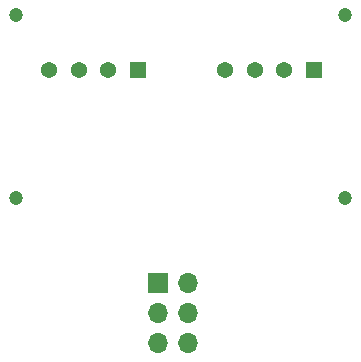
<source format=gbr>
%TF.GenerationSoftware,KiCad,Pcbnew,(6.0.0)*%
%TF.CreationDate,2022-01-11T19:00:17-08:00*%
%TF.ProjectId,AMS-Vacuum-Sensor,414d532d-5661-4637-9575-6d2d53656e73,rev?*%
%TF.SameCoordinates,Original*%
%TF.FileFunction,Soldermask,Top*%
%TF.FilePolarity,Negative*%
%FSLAX46Y46*%
G04 Gerber Fmt 4.6, Leading zero omitted, Abs format (unit mm)*
G04 Created by KiCad (PCBNEW (6.0.0)) date 2022-01-11 19:00:17*
%MOMM*%
%LPD*%
G01*
G04 APERTURE LIST*
%ADD10R,1.365000X1.365000*%
%ADD11C,1.365000*%
%ADD12R,1.700000X1.700000*%
%ADD13O,1.700000X1.700000*%
%ADD14C,1.200000*%
G04 APERTURE END LIST*
D10*
%TO.C,IC1*%
X113826949Y-91935442D03*
D11*
X111326949Y-91935442D03*
X108826949Y-91935442D03*
X106326949Y-91935442D03*
%TD*%
D10*
%TO.C,IC2*%
X128717951Y-91935442D03*
D11*
X126217951Y-91935442D03*
X123717951Y-91935442D03*
X121217951Y-91935442D03*
%TD*%
D12*
%TO.C,J1*%
X115570000Y-109982000D03*
D13*
X118110000Y-109982000D03*
X115570000Y-112522000D03*
X118110000Y-112522000D03*
X115570000Y-115062000D03*
X118110000Y-115062000D03*
%TD*%
D14*
%TO.C,R2*%
X131388728Y-87298483D03*
X131388728Y-102798483D03*
%TD*%
%TO.C,R1*%
X103489017Y-87298483D03*
X103489017Y-102798483D03*
%TD*%
M02*

</source>
